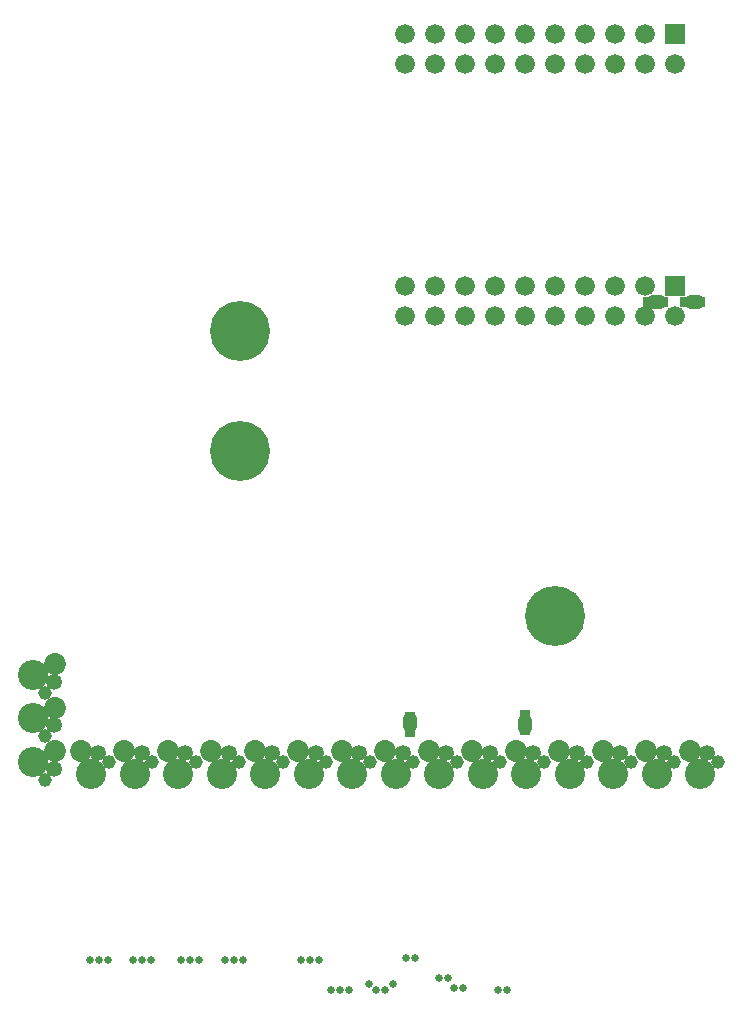
<source format=gbr>
G04 start of page 9 for group -4062 idx -4062 *
G04 Title: (unknown), soldermask *
G04 Creator: pcb 4.2.0 *
G04 CreationDate: Mon Sep 28 05:23:14 2020 UTC *
G04 For: commonadmin *
G04 Format: Gerber/RS-274X *
G04 PCB-Dimensions (mil): 3500.00 4250.00 *
G04 PCB-Coordinate-Origin: lower left *
%MOIN*%
%FSLAX25Y25*%
%LNBOTTOMMASK*%
%ADD108C,0.0200*%
%ADD107C,0.2000*%
%ADD106C,0.0660*%
%ADD105C,0.0001*%
%ADD104C,0.0260*%
%ADD103C,0.0532*%
%ADD102C,0.0729*%
%ADD101C,0.1005*%
%ADD100C,0.0454*%
G54D100*X231406Y141437D03*
G54D101*X240000Y137500D03*
G54D102*X236457Y144980D03*
G54D103*X242362Y144587D03*
G54D101*X225500Y137500D03*
G54D102*X221957Y144980D03*
G54D103*X227862Y144587D03*
G54D100*X245906Y141437D03*
X187906D03*
G54D102*X192957Y144980D03*
G54D103*X198862Y144587D03*
G54D101*X196500Y137500D03*
X211000D03*
G54D100*X202406Y141437D03*
G54D102*X207457Y144980D03*
G54D103*X213362Y144587D03*
G54D100*X216906Y141437D03*
G54D101*X254500Y137500D03*
X269000D03*
X283500D03*
G54D102*X250957Y144980D03*
G54D103*X256862Y144587D03*
G54D100*X260406Y141437D03*
G54D102*X265457Y144980D03*
G54D103*X271362Y144587D03*
G54D100*X274906Y141437D03*
G54D102*X279957Y144980D03*
G54D103*X285862Y144587D03*
G54D100*X289406Y141437D03*
G54D104*X201499Y66000D03*
X181000Y67500D03*
X204500Y66000D03*
X216000Y65500D03*
X219000D03*
X196500Y69500D03*
X199500D03*
X185500Y76000D03*
X188500D03*
X173000Y67500D03*
X175500Y65500D03*
X178500D03*
X160500D03*
X163500D03*
X166500D03*
X153500Y75500D03*
X156500D03*
X150500D03*
X86000D03*
X83000D03*
X80000D03*
X100500D03*
X97500D03*
X94500D03*
X116500D03*
X113500D03*
X110500D03*
X131000D03*
X128000D03*
X125000D03*
G54D101*X80500Y137500D03*
X95000D03*
X109500D03*
G54D102*X76957Y144980D03*
G54D103*X82862Y144587D03*
G54D100*X86406Y141437D03*
G54D102*X91457Y144980D03*
G54D103*X97362Y144587D03*
G54D100*X100906Y141437D03*
G54D102*X105957Y144980D03*
G54D103*X111862Y144587D03*
G54D101*X61000Y141500D03*
G54D100*X64937Y135594D03*
G54D101*X61000Y170500D03*
G54D100*X64937Y164594D03*
G54D101*X61000Y156000D03*
G54D100*X64937Y150094D03*
G54D102*X68480Y145043D03*
G54D103*X68087Y139138D03*
G54D102*X68480Y174043D03*
G54D103*X68087Y168138D03*
G54D102*X68480Y159543D03*
G54D103*X68087Y153638D03*
G54D100*X115406Y141437D03*
G54D102*X120457Y144980D03*
G54D103*X126362Y144587D03*
G54D101*X124000Y137500D03*
X138500D03*
G54D100*X129906Y141437D03*
G54D102*X134957Y144980D03*
G54D103*X140862Y144587D03*
G54D100*X144406Y141437D03*
G54D101*X153000Y137500D03*
X167500D03*
X182000D03*
G54D102*X149457Y144980D03*
G54D103*X155362Y144587D03*
G54D100*X158906Y141437D03*
G54D102*X163957Y144980D03*
G54D103*X169862Y144587D03*
G54D100*X173406Y141437D03*
G54D102*X178457Y144980D03*
G54D103*X184362Y144587D03*
G54D105*G36*
X271700Y303300D02*Y296700D01*
X278300D01*
Y303300D01*
X271700D01*
G37*
G54D106*X275000Y290000D03*
X265000Y300000D03*
Y290000D03*
X255000Y300000D03*
Y290000D03*
X245000Y300000D03*
Y290000D03*
X235000Y300000D03*
Y290000D03*
X225000Y300000D03*
X215000D03*
X205000D03*
X195000D03*
X185000D03*
X225000Y290000D03*
X215000D03*
X205000D03*
X195000D03*
X185000D03*
G54D105*G36*
X271700Y387300D02*Y380700D01*
X278300D01*
Y387300D01*
X271700D01*
G37*
G54D106*X275000Y374000D03*
X265000Y384000D03*
Y374000D03*
X255000Y384000D03*
Y374000D03*
X245000Y384000D03*
Y374000D03*
X235000D03*
X225000D03*
X235000Y384000D03*
X225000D03*
X215000D03*
X205000D03*
X195000D03*
X185000D03*
X215000Y374000D03*
X205000D03*
X195000D03*
X185000D03*
G54D107*X130000Y285000D03*
X235000Y190000D03*
X130000Y245000D03*
G54D108*X185500Y153050D02*X186200Y152350D01*
G54D105*G36*
X187200Y153350D02*X185200D01*
Y149850D01*
X187200D01*
Y153350D01*
G37*
G54D108*X185500D02*X186100Y153950D01*
X185500Y154550D02*X186100Y153950D01*
X185500Y156050D02*Y153050D01*
Y156050D02*X186200Y156750D01*
G54D105*G36*
X187200Y158250D02*X185200D01*
Y155750D01*
X187200D01*
Y158250D01*
G37*
G54D108*X185500Y155750D02*X186100Y155150D01*
X185500Y154550D02*X186100Y155150D01*
X188100Y156150D02*Y153050D01*
Y153250D02*Y153050D01*
X187500Y156750D02*X188100Y156150D01*
G54D105*G36*
X188500Y158250D02*X186500D01*
Y155750D01*
X188500D01*
Y158250D01*
G37*
G54D108*X187500Y152450D02*X188100Y153050D01*
X187400Y153950D02*X188100Y153250D01*
X187400Y153950D02*X188100Y154650D01*
X187400Y155150D02*X188100Y154450D01*
X187400Y155150D02*X188100Y155850D01*
G54D105*G36*
X188500Y153450D02*X186500D01*
Y149850D01*
X188500D01*
Y153450D01*
G37*
G54D108*X226500Y155600D02*Y152600D01*
X225800Y151900D02*X226500Y152600D01*
X225900Y154700D02*X226500Y155300D01*
X225900Y154700D02*X226500Y154100D01*
X225900Y153500D02*X226500Y152900D01*
X225900Y153500D02*X226500Y154100D01*
G54D105*G36*
X226800Y152900D02*X224800D01*
Y150400D01*
X226800D01*
Y152900D01*
G37*
G54D108*X223900Y152500D02*X224500Y151900D01*
G54D105*G36*
X225500Y152900D02*X223500D01*
Y150400D01*
X225500D01*
Y152900D01*
G37*
G54D108*X223900Y152800D02*X224600Y153500D01*
X225800Y156300D02*X226500Y155600D01*
G54D105*G36*
X226800Y158800D02*X224800D01*
Y155300D01*
X226800D01*
Y158800D01*
G37*
G54D108*X223900Y155600D02*X224500Y156200D01*
G54D105*G36*
X225500Y158800D02*X223500D01*
Y155200D01*
X225500D01*
Y158800D01*
G37*
G54D108*X223900Y155400D02*X224600Y154700D01*
X223900Y155600D02*Y155400D01*
Y155600D02*Y152500D01*
Y154000D02*X224600Y154700D01*
X223900Y154200D02*X224600Y153500D01*
X279950Y296200D02*X282950D01*
X283650Y295500D01*
G54D105*G36*
X282650Y296500D02*Y294500D01*
X285150D01*
Y296500D01*
X282650D01*
G37*
G54D108*X282050Y295600D02*X282650Y296200D01*
X281450D02*X282050Y295600D01*
X279250Y295500D02*X279950Y296200D01*
G54D105*G36*
X276750Y296500D02*Y294500D01*
X280250D01*
Y296500D01*
X276750D01*
G37*
G54D108*X280250Y296200D02*X280850Y295600D01*
X281450Y296200D01*
X279950Y293600D02*X283050D01*
X279950D02*X280150D01*
X283050D02*X283650Y294200D01*
G54D105*G36*
X282650Y295200D02*Y293200D01*
X285150D01*
Y295200D01*
X282650D01*
G37*
G54D108*X279350Y294200D02*X279950Y293600D01*
X280150D02*X280850Y294300D01*
X281550Y293600D01*
X281350D02*X282050Y294300D01*
X282750Y293600D01*
G54D105*G36*
X276750Y295200D02*Y293200D01*
X280350D01*
Y295200D01*
X276750D01*
G37*
G54D108*X267450Y296200D02*X270450D01*
X266750Y295500D02*X267450Y296200D01*
X267750D02*X268350Y295600D01*
X268950Y296200D01*
G54D105*G36*
X264250Y296500D02*Y294500D01*
X267750D01*
Y296500D01*
X264250D01*
G37*
G54D108*X270450Y296200D02*X271150Y295500D01*
X269550Y295600D02*X270150Y296200D01*
X268950D02*X269550Y295600D01*
G54D105*G36*
X270150Y296500D02*Y294500D01*
X272650D01*
Y296500D01*
X270150D01*
G37*
G54D108*X266850Y294200D02*X267450Y293600D01*
G54D105*G36*
X264250Y295200D02*Y293200D01*
X267850D01*
Y295200D01*
X264250D01*
G37*
G54D108*X267650Y293600D02*X268350Y294300D01*
X267450Y293600D02*X267650D01*
X270550D02*X271150Y294200D01*
G54D105*G36*
X270150Y295200D02*Y293200D01*
X272650D01*
Y295200D01*
X270150D01*
G37*
G54D108*X267450Y293600D02*X270550D01*
X268350Y294300D02*X269050Y293600D01*
X268850D02*X269550Y294300D01*
X270250Y293600D01*
M02*

</source>
